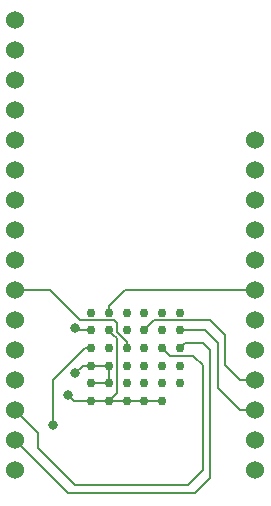
<source format=gbr>
G04 #@! TF.GenerationSoftware,KiCad,Pcbnew,(5.0.2)-1*
G04 #@! TF.CreationDate,2019-06-26T21:02:56-07:00*
G04 #@! TF.ProjectId,D52M Feather Wing,4435324d-2046-4656-9174-686572205769,rev?*
G04 #@! TF.SameCoordinates,Original*
G04 #@! TF.FileFunction,Copper,L1,Top*
G04 #@! TF.FilePolarity,Positive*
%FSLAX46Y46*%
G04 Gerber Fmt 4.6, Leading zero omitted, Abs format (unit mm)*
G04 Created by KiCad (PCBNEW (5.0.2)-1) date 2019-06-26 9:02:56 PM*
%MOMM*%
%LPD*%
G01*
G04 APERTURE LIST*
G04 #@! TA.AperFunction,BGAPad,CuDef*
%ADD10C,0.762000*%
G04 #@! TD*
G04 #@! TA.AperFunction,ComponentPad*
%ADD11C,1.524000*%
G04 #@! TD*
G04 #@! TA.AperFunction,ViaPad*
%ADD12C,0.800000*%
G04 #@! TD*
G04 #@! TA.AperFunction,Conductor*
%ADD13C,0.160000*%
G04 #@! TD*
G04 APERTURE END LIST*
D10*
G04 #@! TO.P,U2,F6*
G04 #@! TO.N,Net-(U2-PadF6)*
X-3750000Y15910000D03*
G04 #@! TO.P,U2,E6*
G04 #@! TO.N,/RESET*
X-3750000Y14410000D03*
G04 #@! TO.P,U2,D6*
G04 #@! TO.N,/BR2*
X-3750000Y12910000D03*
G04 #@! TO.P,U2,C6*
G04 #@! TO.N,/3V3*
X-3750000Y11410000D03*
G04 #@! TO.P,U2,B6*
X-3750000Y9910000D03*
G04 #@! TO.P,U2,A6*
G04 #@! TO.N,/GND*
X-3750000Y8410000D03*
G04 #@! TO.P,U2,F5*
G04 #@! TO.N,/SLEEP*
X-2250000Y15910000D03*
G04 #@! TO.P,U2,E5*
G04 #@! TO.N,/GND*
X-2250000Y14410000D03*
G04 #@! TO.P,U2,D5*
G04 #@! TO.N,Net-(U2-PadD5)*
X-2250000Y12910000D03*
G04 #@! TO.P,U2,C5*
G04 #@! TO.N,/3V3*
X-2250000Y11410000D03*
G04 #@! TO.P,U2,B5*
X-2250000Y9910000D03*
G04 #@! TO.P,U2,A5*
G04 #@! TO.N,/GND*
X-2250000Y8410000D03*
G04 #@! TO.P,U2,F4*
G04 #@! TO.N,Net-(U2-PadF4)*
X-750000Y15910000D03*
G04 #@! TO.P,U2,E4*
G04 #@! TO.N,Net-(U2-PadE4)*
X-750000Y14410000D03*
G04 #@! TO.P,U2,D4*
G04 #@! TO.N,/SUSPEND*
X-750000Y12910000D03*
G04 #@! TO.P,U2,C4*
G04 #@! TO.N,Net-(U2-PadC4)*
X-750000Y11410000D03*
G04 #@! TO.P,U2,B4*
G04 #@! TO.N,Net-(U2-PadB4)*
X-750000Y9910000D03*
G04 #@! TO.P,U2,A4*
G04 #@! TO.N,/GND*
X-750000Y8410000D03*
G04 #@! TO.P,U2,F3*
G04 #@! TO.N,Net-(U2-PadF3)*
X750000Y15910000D03*
G04 #@! TO.P,U2,E3*
G04 #@! TO.N,/BR1*
X750000Y14410000D03*
G04 #@! TO.P,U2,D3*
G04 #@! TO.N,Net-(U2-PadD3)*
X750000Y12910000D03*
G04 #@! TO.P,U2,C3*
G04 #@! TO.N,Net-(U2-PadC3)*
X750000Y11410000D03*
G04 #@! TO.P,U2,B3*
G04 #@! TO.N,Net-(U2-PadB3)*
X750000Y9910000D03*
G04 #@! TO.P,U2,A3*
G04 #@! TO.N,/GND*
X750000Y8410000D03*
G04 #@! TO.P,U2,F2*
G04 #@! TO.N,Net-(U2-PadF2)*
X2250000Y15910000D03*
G04 #@! TO.P,U2,E2*
G04 #@! TO.N,Net-(U2-PadE2)*
X2250000Y14410000D03*
G04 #@! TO.P,U2,D2*
G04 #@! TO.N,/TXD0*
X2250000Y12910000D03*
G04 #@! TO.P,U2,C2*
G04 #@! TO.N,Net-(U2-PadC2)*
X2250000Y11410000D03*
G04 #@! TO.P,U2,B2*
G04 #@! TO.N,Net-(U2-PadB2)*
X2250000Y9910000D03*
G04 #@! TO.P,U2,A2*
G04 #@! TO.N,/GND*
X2250000Y8410000D03*
G04 #@! TO.P,U2,F1*
G04 #@! TO.N,Net-(U2-PadF1)*
X3750000Y15910000D03*
G04 #@! TO.P,U2,E1*
G04 #@! TO.N,/BR3*
X3750000Y14410000D03*
G04 #@! TO.P,U2,D1*
G04 #@! TO.N,/RXD0*
X3750000Y12910000D03*
G04 #@! TO.P,U2,C1*
G04 #@! TO.N,Net-(U2-PadC1)*
X3750000Y11410000D03*
G04 #@! TO.P,U2,B1*
G04 #@! TO.N,Net-(U2-PadB1)*
X3750000Y9910000D03*
G04 #@! TD*
D11*
G04 #@! TO.P,U1,28*
G04 #@! TO.N,Net-(U1-Pad28)*
X10160000Y30480000D03*
G04 #@! TO.P,U1,27*
G04 #@! TO.N,Net-(U1-Pad27)*
X10160000Y27940000D03*
G04 #@! TO.P,U1,26*
G04 #@! TO.N,Net-(U1-Pad26)*
X10160000Y25400000D03*
G04 #@! TO.P,U1,25*
G04 #@! TO.N,Net-(U1-Pad25)*
X10160000Y22860000D03*
G04 #@! TO.P,U1,24*
G04 #@! TO.N,Net-(U1-Pad24)*
X10160000Y20320000D03*
G04 #@! TO.P,U1,23*
G04 #@! TO.N,/SLEEP*
X10160000Y17780000D03*
G04 #@! TO.P,U1,22*
G04 #@! TO.N,/RESET*
X10160000Y15240000D03*
G04 #@! TO.P,U1,21*
G04 #@! TO.N,Net-(U1-Pad21)*
X10160000Y12700000D03*
G04 #@! TO.P,U1,20*
G04 #@! TO.N,/BR1*
X10160000Y10160000D03*
G04 #@! TO.P,U1,19*
G04 #@! TO.N,/BR3*
X10160000Y7620000D03*
G04 #@! TO.P,U1,18*
G04 #@! TO.N,Net-(U1-Pad18)*
X10160000Y5080000D03*
G04 #@! TO.P,U1,17*
G04 #@! TO.N,Net-(U1-Pad17)*
X10160000Y2540000D03*
G04 #@! TO.P,U1,16*
G04 #@! TO.N,Net-(U1-Pad16)*
X-10160000Y40640000D03*
G04 #@! TO.P,U1,15*
G04 #@! TO.N,/3V3*
X-10160000Y38100000D03*
G04 #@! TO.P,U1,14*
G04 #@! TO.N,Net-(U1-Pad14)*
X-10160000Y35560000D03*
G04 #@! TO.P,U1,13*
G04 #@! TO.N,/GND*
X-10160000Y33020000D03*
G04 #@! TO.P,U1,12*
G04 #@! TO.N,Net-(U1-Pad12)*
X-10160000Y30480000D03*
G04 #@! TO.P,U1,11*
G04 #@! TO.N,Net-(U1-Pad11)*
X-10160000Y27940000D03*
G04 #@! TO.P,U1,10*
G04 #@! TO.N,Net-(U1-Pad10)*
X-10160000Y25400000D03*
G04 #@! TO.P,U1,9*
G04 #@! TO.N,Net-(U1-Pad9)*
X-10160000Y22860000D03*
G04 #@! TO.P,U1,8*
G04 #@! TO.N,Net-(U1-Pad8)*
X-10160000Y20320000D03*
G04 #@! TO.P,U1,7*
G04 #@! TO.N,/SUSPEND*
X-10160000Y17780000D03*
G04 #@! TO.P,U1,6*
G04 #@! TO.N,Net-(U1-Pad6)*
X-10160000Y15240000D03*
G04 #@! TO.P,U1,5*
G04 #@! TO.N,Net-(U1-Pad5)*
X-10160000Y12700000D03*
G04 #@! TO.P,U1,4*
G04 #@! TO.N,Net-(U1-Pad4)*
X-10160000Y10160000D03*
G04 #@! TO.P,U1,3*
G04 #@! TO.N,/TXD0*
X-10160000Y7620000D03*
G04 #@! TO.P,U1,2*
G04 #@! TO.N,/RXD0*
X-10160000Y5080000D03*
G04 #@! TO.P,U1,1*
G04 #@! TO.N,/BR2*
X-10160000Y2540000D03*
G04 #@! TD*
D12*
G04 #@! TO.N,/RESET*
X-5080000Y14604964D03*
G04 #@! TO.N,/GND*
X-5715000Y8890000D03*
G04 #@! TO.N,/3V3*
X-5080000Y10795000D03*
G04 #@! TO.N,/BR2*
X-6985000Y6350000D03*
G04 #@! TD*
D13*
G04 #@! TO.N,/BR3*
X8890000Y7620000D02*
X10160000Y7620000D01*
X8255000Y8255000D02*
X8890000Y7620000D01*
X3750000Y14410000D02*
X5910000Y14410000D01*
X5910000Y14410000D02*
X6985000Y13335000D01*
X6985000Y13335000D02*
X6985000Y9525000D01*
X6985000Y9525000D02*
X8255000Y8255000D01*
G04 #@! TO.N,/BR1*
X750000Y14410000D02*
X1580000Y15240000D01*
X1580000Y15240000D02*
X6350000Y15240000D01*
X6350000Y15240000D02*
X7620000Y13970000D01*
X7620000Y13970000D02*
X7620000Y11430000D01*
X7620000Y11430000D02*
X8890000Y10160000D01*
X8890000Y10160000D02*
X10160000Y10160000D01*
G04 #@! TO.N,/RESET*
X-3750000Y14410000D02*
X-4885036Y14410000D01*
X-4885036Y14410000D02*
X-5080000Y14604964D01*
G04 #@! TO.N,/SLEEP*
X-2250000Y16448815D02*
X-918815Y17780000D01*
X-2250000Y15910000D02*
X-2250000Y16448815D01*
X-918815Y17780000D02*
X10160000Y17780000D01*
G04 #@! TO.N,/RXD0*
X-5715000Y635000D02*
X-6985000Y1905000D01*
X4175000Y13335000D02*
X5715000Y13335000D01*
X3750000Y12910000D02*
X4175000Y13335000D01*
X-6985000Y1905000D02*
X-10160000Y5080000D01*
X5715000Y13335000D02*
X6350000Y12700000D01*
X6350000Y12700000D02*
X6350000Y1905000D01*
X6350000Y1905000D02*
X5080000Y635000D01*
X5080000Y635000D02*
X-5715000Y635000D01*
G04 #@! TO.N,/GND*
X2250000Y8410000D02*
X750000Y8410000D01*
X750000Y8410000D02*
X-750000Y8410000D01*
X-750000Y8410000D02*
X-2250000Y8410000D01*
X-2250000Y8410000D02*
X-3750000Y8410000D01*
X-1869001Y14029001D02*
X-2250000Y14410000D01*
X-1588999Y13748999D02*
X-1869001Y14029001D01*
X-1588999Y9071001D02*
X-1588999Y13748999D01*
X-2250000Y8410000D02*
X-1588999Y9071001D01*
X-5235000Y8410000D02*
X-5715000Y8890000D01*
X-3750000Y8410000D02*
X-5235000Y8410000D01*
G04 #@! TO.N,/TXD0*
X2911001Y12248999D02*
X4896001Y12248999D01*
X2250000Y12910000D02*
X2911001Y12248999D01*
X4896001Y12248999D02*
X5715000Y11430000D01*
X5715000Y11430000D02*
X5715000Y2540000D01*
X5715000Y2540000D02*
X4445000Y1270000D01*
X-10160000Y7620000D02*
X-8255000Y5715000D01*
X-8255000Y5715000D02*
X-8255000Y4445000D01*
X-8255000Y4445000D02*
X-5080000Y1270000D01*
X-5080000Y1270000D02*
X4445000Y1270000D01*
G04 #@! TO.N,/SUSPEND*
X-9082370Y17780000D02*
X-10160000Y17780000D01*
X-4717597Y15248999D02*
X-7248598Y17780000D01*
X-2110717Y15248999D02*
X-4717597Y15248999D01*
X-750000Y13450000D02*
X-1588999Y14288999D01*
X-750000Y12910000D02*
X-750000Y13450000D01*
X-7248598Y17780000D02*
X-9082370Y17780000D01*
X-1588999Y14288999D02*
X-1588999Y15050999D01*
X-1588999Y15050999D02*
X-1778000Y15240000D01*
X-1778000Y15240000D02*
X-2101718Y15240000D01*
X-2101718Y15240000D02*
X-2110717Y15248999D01*
G04 #@! TO.N,/3V3*
X-3750000Y11410000D02*
X-2250000Y11410000D01*
X-2250000Y11410000D02*
X-2250000Y9910000D01*
X-2250000Y9910000D02*
X-3750000Y9910000D01*
X-3750000Y11410000D02*
X-4465000Y11410000D01*
X-4465000Y11410000D02*
X-5080000Y10795000D01*
X-5080000Y10795000D02*
X-5080000Y10795000D01*
G04 #@! TO.N,/BR2*
X-4288815Y12910000D02*
X-6985000Y10213815D01*
X-3750000Y12910000D02*
X-4288815Y12910000D01*
X-6985000Y10213815D02*
X-6985000Y6350000D01*
X-6985000Y6350000D02*
X-6985000Y6350000D01*
G04 #@! TD*
M02*

</source>
